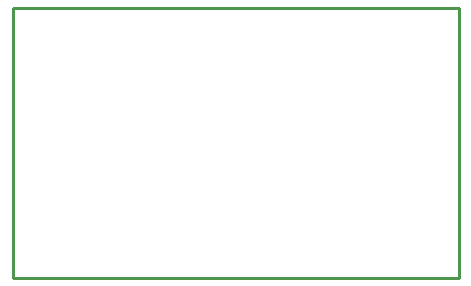
<source format=gbr>
G04 EAGLE Gerber RS-274X export*
G75*
%MOMM*%
%FSLAX34Y34*%
%LPD*%
%IN*%
%IPPOS*%
%AMOC8*
5,1,8,0,0,1.08239X$1,22.5*%
G01*
%ADD10C,0.254000*%


D10*
X25400Y292100D02*
X403100Y292100D01*
X403100Y520600D01*
X25400Y520600D01*
X25400Y292100D01*
M02*

</source>
